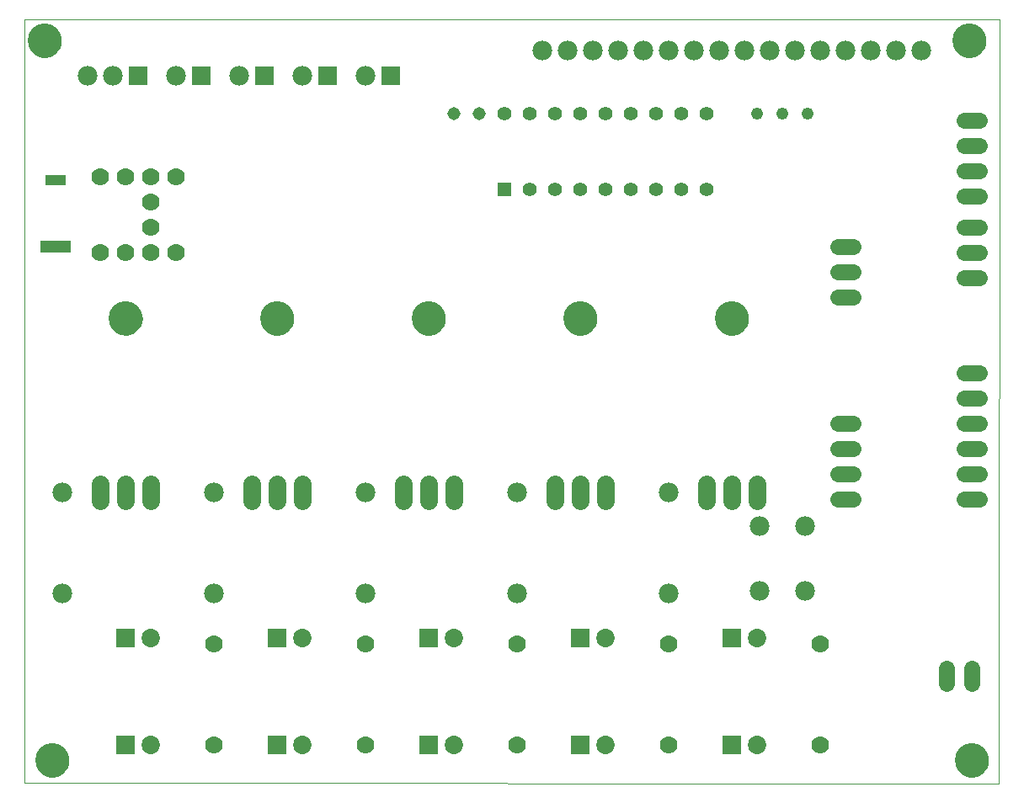
<source format=gts>
G75*
G70*
%OFA0B0*%
%FSLAX24Y24*%
%IPPOS*%
%LPD*%
%AMOC8*
5,1,8,0,0,1.08239X$1,22.5*
%
%ADD10C,0.0000*%
%ADD11C,0.0700*%
%ADD12C,0.1340*%
%ADD13C,0.0640*%
%ADD14C,0.0700*%
%ADD15C,0.0780*%
%ADD16R,0.0560X0.0560*%
%ADD17C,0.0560*%
%ADD18C,0.0480*%
%ADD19C,0.0516*%
%ADD20R,0.0827X0.0434*%
%ADD21R,0.1221X0.0473*%
%ADD22C,0.0730*%
%ADD23R,0.0730X0.0730*%
%ADD24R,0.0780X0.0780*%
D10*
X000433Y000333D02*
X000433Y030581D01*
X039029Y030581D01*
X039009Y000303D01*
X000433Y000333D01*
X000883Y001233D02*
X000885Y001283D01*
X000891Y001333D01*
X000901Y001383D01*
X000914Y001431D01*
X000931Y001479D01*
X000952Y001525D01*
X000976Y001569D01*
X001004Y001611D01*
X001035Y001651D01*
X001069Y001688D01*
X001106Y001723D01*
X001145Y001754D01*
X001186Y001783D01*
X001230Y001808D01*
X001276Y001830D01*
X001323Y001848D01*
X001371Y001862D01*
X001420Y001873D01*
X001470Y001880D01*
X001520Y001883D01*
X001571Y001882D01*
X001621Y001877D01*
X001671Y001868D01*
X001719Y001856D01*
X001767Y001839D01*
X001813Y001819D01*
X001858Y001796D01*
X001901Y001769D01*
X001941Y001739D01*
X001979Y001706D01*
X002014Y001670D01*
X002047Y001631D01*
X002076Y001590D01*
X002102Y001547D01*
X002125Y001502D01*
X002144Y001455D01*
X002159Y001407D01*
X002171Y001358D01*
X002179Y001308D01*
X002183Y001258D01*
X002183Y001208D01*
X002179Y001158D01*
X002171Y001108D01*
X002159Y001059D01*
X002144Y001011D01*
X002125Y000964D01*
X002102Y000919D01*
X002076Y000876D01*
X002047Y000835D01*
X002014Y000796D01*
X001979Y000760D01*
X001941Y000727D01*
X001901Y000697D01*
X001858Y000670D01*
X001813Y000647D01*
X001767Y000627D01*
X001719Y000610D01*
X001671Y000598D01*
X001621Y000589D01*
X001571Y000584D01*
X001520Y000583D01*
X001470Y000586D01*
X001420Y000593D01*
X001371Y000604D01*
X001323Y000618D01*
X001276Y000636D01*
X001230Y000658D01*
X001186Y000683D01*
X001145Y000712D01*
X001106Y000743D01*
X001069Y000778D01*
X001035Y000815D01*
X001004Y000855D01*
X000976Y000897D01*
X000952Y000941D01*
X000931Y000987D01*
X000914Y001035D01*
X000901Y001083D01*
X000891Y001133D01*
X000885Y001183D01*
X000883Y001233D01*
X003786Y018736D02*
X003788Y018786D01*
X003794Y018836D01*
X003804Y018886D01*
X003817Y018934D01*
X003834Y018982D01*
X003855Y019028D01*
X003879Y019072D01*
X003907Y019114D01*
X003938Y019154D01*
X003972Y019191D01*
X004009Y019226D01*
X004048Y019257D01*
X004089Y019286D01*
X004133Y019311D01*
X004179Y019333D01*
X004226Y019351D01*
X004274Y019365D01*
X004323Y019376D01*
X004373Y019383D01*
X004423Y019386D01*
X004474Y019385D01*
X004524Y019380D01*
X004574Y019371D01*
X004622Y019359D01*
X004670Y019342D01*
X004716Y019322D01*
X004761Y019299D01*
X004804Y019272D01*
X004844Y019242D01*
X004882Y019209D01*
X004917Y019173D01*
X004950Y019134D01*
X004979Y019093D01*
X005005Y019050D01*
X005028Y019005D01*
X005047Y018958D01*
X005062Y018910D01*
X005074Y018861D01*
X005082Y018811D01*
X005086Y018761D01*
X005086Y018711D01*
X005082Y018661D01*
X005074Y018611D01*
X005062Y018562D01*
X005047Y018514D01*
X005028Y018467D01*
X005005Y018422D01*
X004979Y018379D01*
X004950Y018338D01*
X004917Y018299D01*
X004882Y018263D01*
X004844Y018230D01*
X004804Y018200D01*
X004761Y018173D01*
X004716Y018150D01*
X004670Y018130D01*
X004622Y018113D01*
X004574Y018101D01*
X004524Y018092D01*
X004474Y018087D01*
X004423Y018086D01*
X004373Y018089D01*
X004323Y018096D01*
X004274Y018107D01*
X004226Y018121D01*
X004179Y018139D01*
X004133Y018161D01*
X004089Y018186D01*
X004048Y018215D01*
X004009Y018246D01*
X003972Y018281D01*
X003938Y018318D01*
X003907Y018358D01*
X003879Y018400D01*
X003855Y018444D01*
X003834Y018490D01*
X003817Y018538D01*
X003804Y018586D01*
X003794Y018636D01*
X003788Y018686D01*
X003786Y018736D01*
X009783Y018733D02*
X009785Y018783D01*
X009791Y018833D01*
X009801Y018883D01*
X009814Y018931D01*
X009831Y018979D01*
X009852Y019025D01*
X009876Y019069D01*
X009904Y019111D01*
X009935Y019151D01*
X009969Y019188D01*
X010006Y019223D01*
X010045Y019254D01*
X010086Y019283D01*
X010130Y019308D01*
X010176Y019330D01*
X010223Y019348D01*
X010271Y019362D01*
X010320Y019373D01*
X010370Y019380D01*
X010420Y019383D01*
X010471Y019382D01*
X010521Y019377D01*
X010571Y019368D01*
X010619Y019356D01*
X010667Y019339D01*
X010713Y019319D01*
X010758Y019296D01*
X010801Y019269D01*
X010841Y019239D01*
X010879Y019206D01*
X010914Y019170D01*
X010947Y019131D01*
X010976Y019090D01*
X011002Y019047D01*
X011025Y019002D01*
X011044Y018955D01*
X011059Y018907D01*
X011071Y018858D01*
X011079Y018808D01*
X011083Y018758D01*
X011083Y018708D01*
X011079Y018658D01*
X011071Y018608D01*
X011059Y018559D01*
X011044Y018511D01*
X011025Y018464D01*
X011002Y018419D01*
X010976Y018376D01*
X010947Y018335D01*
X010914Y018296D01*
X010879Y018260D01*
X010841Y018227D01*
X010801Y018197D01*
X010758Y018170D01*
X010713Y018147D01*
X010667Y018127D01*
X010619Y018110D01*
X010571Y018098D01*
X010521Y018089D01*
X010471Y018084D01*
X010420Y018083D01*
X010370Y018086D01*
X010320Y018093D01*
X010271Y018104D01*
X010223Y018118D01*
X010176Y018136D01*
X010130Y018158D01*
X010086Y018183D01*
X010045Y018212D01*
X010006Y018243D01*
X009969Y018278D01*
X009935Y018315D01*
X009904Y018355D01*
X009876Y018397D01*
X009852Y018441D01*
X009831Y018487D01*
X009814Y018535D01*
X009801Y018583D01*
X009791Y018633D01*
X009785Y018683D01*
X009783Y018733D01*
X015783Y018733D02*
X015785Y018783D01*
X015791Y018833D01*
X015801Y018883D01*
X015814Y018931D01*
X015831Y018979D01*
X015852Y019025D01*
X015876Y019069D01*
X015904Y019111D01*
X015935Y019151D01*
X015969Y019188D01*
X016006Y019223D01*
X016045Y019254D01*
X016086Y019283D01*
X016130Y019308D01*
X016176Y019330D01*
X016223Y019348D01*
X016271Y019362D01*
X016320Y019373D01*
X016370Y019380D01*
X016420Y019383D01*
X016471Y019382D01*
X016521Y019377D01*
X016571Y019368D01*
X016619Y019356D01*
X016667Y019339D01*
X016713Y019319D01*
X016758Y019296D01*
X016801Y019269D01*
X016841Y019239D01*
X016879Y019206D01*
X016914Y019170D01*
X016947Y019131D01*
X016976Y019090D01*
X017002Y019047D01*
X017025Y019002D01*
X017044Y018955D01*
X017059Y018907D01*
X017071Y018858D01*
X017079Y018808D01*
X017083Y018758D01*
X017083Y018708D01*
X017079Y018658D01*
X017071Y018608D01*
X017059Y018559D01*
X017044Y018511D01*
X017025Y018464D01*
X017002Y018419D01*
X016976Y018376D01*
X016947Y018335D01*
X016914Y018296D01*
X016879Y018260D01*
X016841Y018227D01*
X016801Y018197D01*
X016758Y018170D01*
X016713Y018147D01*
X016667Y018127D01*
X016619Y018110D01*
X016571Y018098D01*
X016521Y018089D01*
X016471Y018084D01*
X016420Y018083D01*
X016370Y018086D01*
X016320Y018093D01*
X016271Y018104D01*
X016223Y018118D01*
X016176Y018136D01*
X016130Y018158D01*
X016086Y018183D01*
X016045Y018212D01*
X016006Y018243D01*
X015969Y018278D01*
X015935Y018315D01*
X015904Y018355D01*
X015876Y018397D01*
X015852Y018441D01*
X015831Y018487D01*
X015814Y018535D01*
X015801Y018583D01*
X015791Y018633D01*
X015785Y018683D01*
X015783Y018733D01*
X021783Y018733D02*
X021785Y018783D01*
X021791Y018833D01*
X021801Y018883D01*
X021814Y018931D01*
X021831Y018979D01*
X021852Y019025D01*
X021876Y019069D01*
X021904Y019111D01*
X021935Y019151D01*
X021969Y019188D01*
X022006Y019223D01*
X022045Y019254D01*
X022086Y019283D01*
X022130Y019308D01*
X022176Y019330D01*
X022223Y019348D01*
X022271Y019362D01*
X022320Y019373D01*
X022370Y019380D01*
X022420Y019383D01*
X022471Y019382D01*
X022521Y019377D01*
X022571Y019368D01*
X022619Y019356D01*
X022667Y019339D01*
X022713Y019319D01*
X022758Y019296D01*
X022801Y019269D01*
X022841Y019239D01*
X022879Y019206D01*
X022914Y019170D01*
X022947Y019131D01*
X022976Y019090D01*
X023002Y019047D01*
X023025Y019002D01*
X023044Y018955D01*
X023059Y018907D01*
X023071Y018858D01*
X023079Y018808D01*
X023083Y018758D01*
X023083Y018708D01*
X023079Y018658D01*
X023071Y018608D01*
X023059Y018559D01*
X023044Y018511D01*
X023025Y018464D01*
X023002Y018419D01*
X022976Y018376D01*
X022947Y018335D01*
X022914Y018296D01*
X022879Y018260D01*
X022841Y018227D01*
X022801Y018197D01*
X022758Y018170D01*
X022713Y018147D01*
X022667Y018127D01*
X022619Y018110D01*
X022571Y018098D01*
X022521Y018089D01*
X022471Y018084D01*
X022420Y018083D01*
X022370Y018086D01*
X022320Y018093D01*
X022271Y018104D01*
X022223Y018118D01*
X022176Y018136D01*
X022130Y018158D01*
X022086Y018183D01*
X022045Y018212D01*
X022006Y018243D01*
X021969Y018278D01*
X021935Y018315D01*
X021904Y018355D01*
X021876Y018397D01*
X021852Y018441D01*
X021831Y018487D01*
X021814Y018535D01*
X021801Y018583D01*
X021791Y018633D01*
X021785Y018683D01*
X021783Y018733D01*
X027783Y018733D02*
X027785Y018783D01*
X027791Y018833D01*
X027801Y018883D01*
X027814Y018931D01*
X027831Y018979D01*
X027852Y019025D01*
X027876Y019069D01*
X027904Y019111D01*
X027935Y019151D01*
X027969Y019188D01*
X028006Y019223D01*
X028045Y019254D01*
X028086Y019283D01*
X028130Y019308D01*
X028176Y019330D01*
X028223Y019348D01*
X028271Y019362D01*
X028320Y019373D01*
X028370Y019380D01*
X028420Y019383D01*
X028471Y019382D01*
X028521Y019377D01*
X028571Y019368D01*
X028619Y019356D01*
X028667Y019339D01*
X028713Y019319D01*
X028758Y019296D01*
X028801Y019269D01*
X028841Y019239D01*
X028879Y019206D01*
X028914Y019170D01*
X028947Y019131D01*
X028976Y019090D01*
X029002Y019047D01*
X029025Y019002D01*
X029044Y018955D01*
X029059Y018907D01*
X029071Y018858D01*
X029079Y018808D01*
X029083Y018758D01*
X029083Y018708D01*
X029079Y018658D01*
X029071Y018608D01*
X029059Y018559D01*
X029044Y018511D01*
X029025Y018464D01*
X029002Y018419D01*
X028976Y018376D01*
X028947Y018335D01*
X028914Y018296D01*
X028879Y018260D01*
X028841Y018227D01*
X028801Y018197D01*
X028758Y018170D01*
X028713Y018147D01*
X028667Y018127D01*
X028619Y018110D01*
X028571Y018098D01*
X028521Y018089D01*
X028471Y018084D01*
X028420Y018083D01*
X028370Y018086D01*
X028320Y018093D01*
X028271Y018104D01*
X028223Y018118D01*
X028176Y018136D01*
X028130Y018158D01*
X028086Y018183D01*
X028045Y018212D01*
X028006Y018243D01*
X027969Y018278D01*
X027935Y018315D01*
X027904Y018355D01*
X027876Y018397D01*
X027852Y018441D01*
X027831Y018487D01*
X027814Y018535D01*
X027801Y018583D01*
X027791Y018633D01*
X027785Y018683D01*
X027783Y018733D01*
X037183Y029733D02*
X037185Y029783D01*
X037191Y029833D01*
X037201Y029883D01*
X037214Y029931D01*
X037231Y029979D01*
X037252Y030025D01*
X037276Y030069D01*
X037304Y030111D01*
X037335Y030151D01*
X037369Y030188D01*
X037406Y030223D01*
X037445Y030254D01*
X037486Y030283D01*
X037530Y030308D01*
X037576Y030330D01*
X037623Y030348D01*
X037671Y030362D01*
X037720Y030373D01*
X037770Y030380D01*
X037820Y030383D01*
X037871Y030382D01*
X037921Y030377D01*
X037971Y030368D01*
X038019Y030356D01*
X038067Y030339D01*
X038113Y030319D01*
X038158Y030296D01*
X038201Y030269D01*
X038241Y030239D01*
X038279Y030206D01*
X038314Y030170D01*
X038347Y030131D01*
X038376Y030090D01*
X038402Y030047D01*
X038425Y030002D01*
X038444Y029955D01*
X038459Y029907D01*
X038471Y029858D01*
X038479Y029808D01*
X038483Y029758D01*
X038483Y029708D01*
X038479Y029658D01*
X038471Y029608D01*
X038459Y029559D01*
X038444Y029511D01*
X038425Y029464D01*
X038402Y029419D01*
X038376Y029376D01*
X038347Y029335D01*
X038314Y029296D01*
X038279Y029260D01*
X038241Y029227D01*
X038201Y029197D01*
X038158Y029170D01*
X038113Y029147D01*
X038067Y029127D01*
X038019Y029110D01*
X037971Y029098D01*
X037921Y029089D01*
X037871Y029084D01*
X037820Y029083D01*
X037770Y029086D01*
X037720Y029093D01*
X037671Y029104D01*
X037623Y029118D01*
X037576Y029136D01*
X037530Y029158D01*
X037486Y029183D01*
X037445Y029212D01*
X037406Y029243D01*
X037369Y029278D01*
X037335Y029315D01*
X037304Y029355D01*
X037276Y029397D01*
X037252Y029441D01*
X037231Y029487D01*
X037214Y029535D01*
X037201Y029583D01*
X037191Y029633D01*
X037185Y029683D01*
X037183Y029733D01*
X000583Y029733D02*
X000585Y029783D01*
X000591Y029833D01*
X000601Y029883D01*
X000614Y029931D01*
X000631Y029979D01*
X000652Y030025D01*
X000676Y030069D01*
X000704Y030111D01*
X000735Y030151D01*
X000769Y030188D01*
X000806Y030223D01*
X000845Y030254D01*
X000886Y030283D01*
X000930Y030308D01*
X000976Y030330D01*
X001023Y030348D01*
X001071Y030362D01*
X001120Y030373D01*
X001170Y030380D01*
X001220Y030383D01*
X001271Y030382D01*
X001321Y030377D01*
X001371Y030368D01*
X001419Y030356D01*
X001467Y030339D01*
X001513Y030319D01*
X001558Y030296D01*
X001601Y030269D01*
X001641Y030239D01*
X001679Y030206D01*
X001714Y030170D01*
X001747Y030131D01*
X001776Y030090D01*
X001802Y030047D01*
X001825Y030002D01*
X001844Y029955D01*
X001859Y029907D01*
X001871Y029858D01*
X001879Y029808D01*
X001883Y029758D01*
X001883Y029708D01*
X001879Y029658D01*
X001871Y029608D01*
X001859Y029559D01*
X001844Y029511D01*
X001825Y029464D01*
X001802Y029419D01*
X001776Y029376D01*
X001747Y029335D01*
X001714Y029296D01*
X001679Y029260D01*
X001641Y029227D01*
X001601Y029197D01*
X001558Y029170D01*
X001513Y029147D01*
X001467Y029127D01*
X001419Y029110D01*
X001371Y029098D01*
X001321Y029089D01*
X001271Y029084D01*
X001220Y029083D01*
X001170Y029086D01*
X001120Y029093D01*
X001071Y029104D01*
X001023Y029118D01*
X000976Y029136D01*
X000930Y029158D01*
X000886Y029183D01*
X000845Y029212D01*
X000806Y029243D01*
X000769Y029278D01*
X000735Y029315D01*
X000704Y029355D01*
X000676Y029397D01*
X000652Y029441D01*
X000631Y029487D01*
X000614Y029535D01*
X000601Y029583D01*
X000591Y029633D01*
X000585Y029683D01*
X000583Y029733D01*
X037283Y001233D02*
X037285Y001283D01*
X037291Y001333D01*
X037301Y001383D01*
X037314Y001431D01*
X037331Y001479D01*
X037352Y001525D01*
X037376Y001569D01*
X037404Y001611D01*
X037435Y001651D01*
X037469Y001688D01*
X037506Y001723D01*
X037545Y001754D01*
X037586Y001783D01*
X037630Y001808D01*
X037676Y001830D01*
X037723Y001848D01*
X037771Y001862D01*
X037820Y001873D01*
X037870Y001880D01*
X037920Y001883D01*
X037971Y001882D01*
X038021Y001877D01*
X038071Y001868D01*
X038119Y001856D01*
X038167Y001839D01*
X038213Y001819D01*
X038258Y001796D01*
X038301Y001769D01*
X038341Y001739D01*
X038379Y001706D01*
X038414Y001670D01*
X038447Y001631D01*
X038476Y001590D01*
X038502Y001547D01*
X038525Y001502D01*
X038544Y001455D01*
X038559Y001407D01*
X038571Y001358D01*
X038579Y001308D01*
X038583Y001258D01*
X038583Y001208D01*
X038579Y001158D01*
X038571Y001108D01*
X038559Y001059D01*
X038544Y001011D01*
X038525Y000964D01*
X038502Y000919D01*
X038476Y000876D01*
X038447Y000835D01*
X038414Y000796D01*
X038379Y000760D01*
X038341Y000727D01*
X038301Y000697D01*
X038258Y000670D01*
X038213Y000647D01*
X038167Y000627D01*
X038119Y000610D01*
X038071Y000598D01*
X038021Y000589D01*
X037971Y000584D01*
X037920Y000583D01*
X037870Y000586D01*
X037820Y000593D01*
X037771Y000604D01*
X037723Y000618D01*
X037676Y000636D01*
X037630Y000658D01*
X037586Y000683D01*
X037545Y000712D01*
X037506Y000743D01*
X037469Y000778D01*
X037435Y000815D01*
X037404Y000855D01*
X037376Y000897D01*
X037352Y000941D01*
X037331Y000987D01*
X037314Y001035D01*
X037301Y001083D01*
X037291Y001133D01*
X037285Y001183D01*
X037283Y001233D01*
D11*
X029433Y011503D02*
X029433Y012163D01*
X028433Y012163D02*
X028433Y011503D01*
X027433Y011503D02*
X027433Y012163D01*
X023433Y012163D02*
X023433Y011503D01*
X022433Y011503D02*
X022433Y012163D01*
X021433Y012163D02*
X021433Y011503D01*
X017433Y011503D02*
X017433Y012163D01*
X016433Y012163D02*
X016433Y011503D01*
X015433Y011503D02*
X015433Y012163D01*
X011433Y012163D02*
X011433Y011503D01*
X010433Y011503D02*
X010433Y012163D01*
X009433Y012163D02*
X009433Y011503D01*
X005436Y011506D02*
X005436Y012166D01*
X004436Y012166D02*
X004436Y011506D01*
X003436Y011506D02*
X003436Y012166D01*
D12*
X004436Y018736D03*
X010433Y018733D03*
X016433Y018733D03*
X022433Y018733D03*
X028433Y018733D03*
X037833Y029733D03*
X037933Y001233D03*
X001533Y001233D03*
X001233Y029733D03*
D13*
X032633Y021583D02*
X033233Y021583D01*
X033233Y020583D02*
X032633Y020583D01*
X032633Y019583D02*
X033233Y019583D01*
X037633Y020333D02*
X038233Y020333D01*
X038233Y021333D02*
X037633Y021333D01*
X037633Y022333D02*
X038233Y022333D01*
X038233Y023583D02*
X037633Y023583D01*
X037633Y024583D02*
X038233Y024583D01*
X038233Y025583D02*
X037633Y025583D01*
X037633Y026583D02*
X038233Y026583D01*
X038233Y016583D02*
X037633Y016583D01*
X037633Y015583D02*
X038233Y015583D01*
X038233Y014583D02*
X037633Y014583D01*
X037633Y013583D02*
X038233Y013583D01*
X038233Y012583D02*
X037633Y012583D01*
X037633Y011583D02*
X038233Y011583D01*
X033229Y011580D02*
X032629Y011580D01*
X032629Y012580D02*
X033229Y012580D01*
X033229Y013580D02*
X032629Y013580D01*
X032629Y014580D02*
X033229Y014580D01*
X036936Y004888D02*
X036936Y004288D01*
X037936Y004288D02*
X037936Y004888D01*
D14*
X031933Y005833D03*
X031933Y001833D03*
X025933Y001833D03*
X025933Y005833D03*
X019933Y005833D03*
X019933Y001833D03*
X013933Y001833D03*
X013933Y005833D03*
X007940Y005837D03*
X007940Y001837D03*
X006433Y021333D03*
X005433Y021333D03*
X004433Y021333D03*
X003433Y021333D03*
X005433Y022333D03*
X005433Y023333D03*
X005433Y024333D03*
X004433Y024333D03*
X003433Y024333D03*
X006433Y024333D03*
D15*
X006433Y028333D03*
X003933Y028333D03*
X002933Y028333D03*
X008933Y028333D03*
X011433Y028333D03*
X013933Y028333D03*
X020933Y029333D03*
X021933Y029333D03*
X022933Y029333D03*
X023933Y029333D03*
X024933Y029333D03*
X025933Y029333D03*
X026933Y029333D03*
X027933Y029333D03*
X028933Y029333D03*
X029933Y029333D03*
X030933Y029333D03*
X031933Y029333D03*
X032933Y029333D03*
X033933Y029333D03*
X034933Y029333D03*
X035933Y029333D03*
X025933Y011833D03*
X029543Y010513D03*
X031323Y010513D03*
X031323Y007953D03*
X029543Y007953D03*
X025933Y007833D03*
X019933Y007833D03*
X019933Y011833D03*
X013933Y011833D03*
X013933Y007833D03*
X007933Y007833D03*
X007933Y011833D03*
X001936Y011833D03*
X001936Y007833D03*
D16*
X019433Y023833D03*
D17*
X020433Y023833D03*
X021433Y023833D03*
X022433Y023833D03*
X023433Y023833D03*
X024433Y023833D03*
X025433Y023833D03*
X026433Y023833D03*
X027433Y023833D03*
X027433Y026833D03*
X026433Y026833D03*
X025433Y026833D03*
X024433Y026833D03*
X023433Y026833D03*
X022433Y026833D03*
X021433Y026833D03*
X020433Y026833D03*
X019433Y026833D03*
D18*
X029433Y026833D03*
X030433Y026833D03*
X031433Y026833D03*
D19*
X018433Y026833D03*
X017433Y026833D03*
D20*
X001683Y024224D03*
D21*
X001683Y021587D03*
D22*
X005433Y006083D03*
X005433Y001833D03*
X011433Y001833D03*
X011433Y006083D03*
X017433Y006083D03*
X017433Y001833D03*
X023433Y001833D03*
X023433Y006083D03*
X029433Y006083D03*
X029433Y001833D03*
D23*
X028433Y001833D03*
X028433Y006083D03*
X022433Y006083D03*
X022433Y001833D03*
X016433Y001833D03*
X016433Y006083D03*
X010433Y006083D03*
X010433Y001833D03*
X004433Y001833D03*
X004433Y006083D03*
D24*
X004933Y028333D03*
X007433Y028333D03*
X009933Y028333D03*
X012433Y028333D03*
X014933Y028333D03*
M02*

</source>
